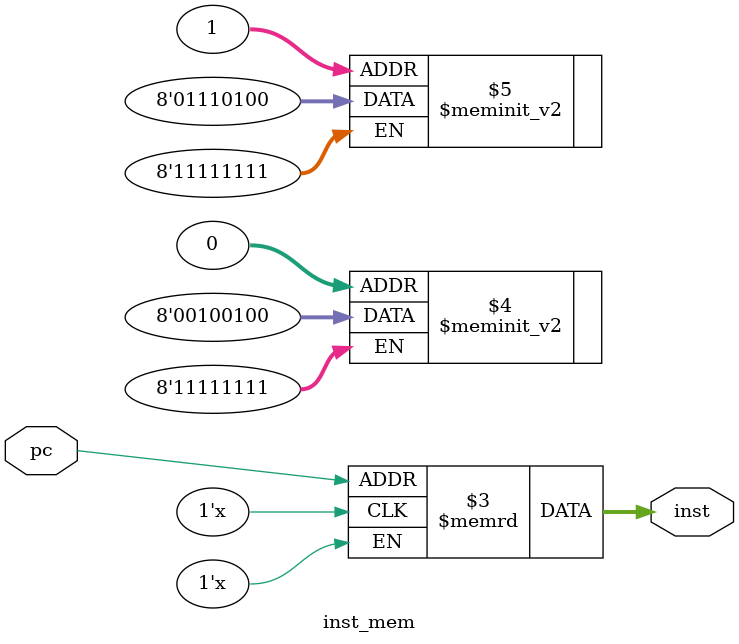
<source format=v>
/*
Stores the instruction that need to be encoded in encoded format (encoding scheme present in top module comments)
INPUT : pc - location of instruction to be executed. connected to the output of counter
OUPUT : inst - instruction in 8 bit encoded format

FOR SIMULATION : We have filled the intruction memory with 2 instructions
				    00100100  :  AND the values stored in Reg_location 1 and 0 and store the results in Reg_location 2
                    01110100  :  OR the values stored in Reg_location 1 and 0 and store the results in Reg_location 3	

*/


module inst_mem(input pc,
				output [7:0] inst);
				
	reg [7:0] inst_reg[1:0];
	initial
	begin
		inst_reg[0]<=8'b00100100;
		inst_reg[1]<=8'b01110100;
	end
	
	assign inst = inst_reg[pc];

endmodule
</source>
